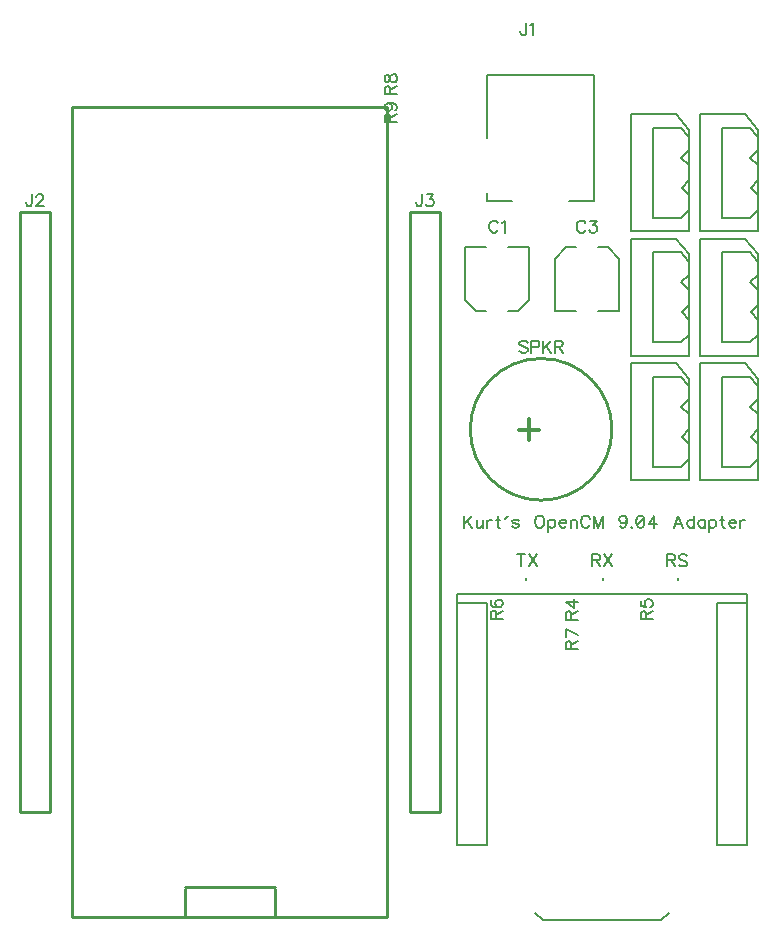
<source format=gto>
G04 DipTrace 3.2.0.1*
G04 CM904_plus.gto*
%MOIN*%
G04 #@! TF.FileFunction,Legend,Top*
G04 #@! TF.Part,Single*
%ADD10C,0.009843*%
%ADD17C,0.008*%
%ADD27C,0.005*%
%ADD62C,0.006176*%
%ADD63C,0.007*%
%ADD64C,0.012351*%
%FSLAX26Y26*%
G04*
G70*
G90*
G75*
G01*
G04 TopSilk*
%LPD*%
X1957134Y2654961D2*
D17*
X2025879D1*
X2100893D2*
X2169638D1*
Y2479951D1*
X2132131Y2442441D1*
X2100893D1*
X1957134Y2654961D2*
Y2479951D1*
X1994641Y2442441D1*
X2025879D1*
X2469638D2*
X2400893D1*
X2325879D2*
X2257134D1*
Y2617451D1*
X2294641Y2654961D1*
X2325879D1*
X2469638Y2442441D2*
Y2617451D1*
X2432131Y2654961D1*
X2400893D1*
X648386Y3123701D2*
D10*
Y423701D1*
X1698386D1*
Y3123701D2*
Y423701D1*
X1023341D2*
Y517661D1*
X1323431Y423701D2*
Y517661D1*
X1023341Y523601D2*
X1323431D1*
X648386Y3123701D2*
X1698386D1*
X2031231Y2808700D2*
D17*
X2113919D1*
X2031231Y3229974D2*
Y3021323D1*
Y2808700D2*
Y2836248D1*
X2385551Y3229974D2*
Y2808700D1*
X2302863D1*
X2385551Y3229974D2*
X2031231D1*
X473386Y849701D2*
D10*
Y2773701D1*
Y773701D2*
Y849701D1*
X573386Y773701D2*
X473386D1*
X573386D2*
Y2773701D1*
X473386D1*
X1773386Y849701D2*
Y2773701D1*
Y773701D2*
Y849701D1*
X1873386Y773701D2*
X1773386D1*
X1873386D2*
Y2773701D1*
X1773386D1*
X2511339Y3098583D2*
D27*
Y2708819D1*
X2704251D1*
X2704386Y2827697D2*
Y2877704D1*
Y2927710D1*
Y2977717D1*
Y3027685D1*
X2704367Y3047017D1*
X2660950Y3098583D1*
X2511339D1*
X2703382Y2978692D2*
X2678383Y2953708D1*
X2703382Y2928685D1*
X2704251Y2878717D2*
X2680390Y2853694D1*
X2704251Y2828710D1*
Y2778704D1*
Y2711976D1*
X2702378Y2779717D2*
X2677379Y2753720D1*
X2583384Y2753681D1*
Y3053721D1*
X2676394Y3053682D1*
X2701394Y3025697D1*
X2741339Y3098583D2*
Y2708819D1*
X2934251D1*
X2934386Y2827697D2*
Y2877704D1*
Y2927710D1*
Y2977717D1*
Y3027685D1*
X2934367Y3047017D1*
X2890950Y3098583D1*
X2741339D1*
X2933382Y2978692D2*
X2908383Y2953708D1*
X2933382Y2928685D1*
X2934251Y2878717D2*
X2910390Y2853694D1*
X2934251Y2828710D1*
Y2778704D1*
Y2711976D1*
X2932378Y2779717D2*
X2907379Y2753720D1*
X2813384Y2753681D1*
Y3053721D1*
X2906394Y3053682D1*
X2931394Y3025697D1*
X2741339Y2683583D2*
Y2293819D1*
X2934251D1*
X2934386Y2412697D2*
Y2462704D1*
Y2512710D1*
Y2562717D1*
Y2612685D1*
X2934367Y2632017D1*
X2890950Y2683583D1*
X2741339D1*
X2933382Y2563692D2*
X2908383Y2538708D1*
X2933382Y2513685D1*
X2934251Y2463717D2*
X2910390Y2438694D1*
X2934251Y2413710D1*
Y2363704D1*
Y2296976D1*
X2932378Y2364717D2*
X2907379Y2338720D1*
X2813384Y2338681D1*
Y2638721D1*
X2906394Y2638682D1*
X2931394Y2610697D1*
X2511339Y2683583D2*
Y2293819D1*
X2704251D1*
X2704386Y2412697D2*
Y2462704D1*
Y2512710D1*
Y2562717D1*
Y2612685D1*
X2704367Y2632017D1*
X2660950Y2683583D1*
X2511339D1*
X2703382Y2563692D2*
X2678383Y2538708D1*
X2703382Y2513685D1*
X2704251Y2463717D2*
X2680390Y2438694D1*
X2704251Y2413710D1*
Y2363704D1*
Y2296976D1*
X2702378Y2364717D2*
X2677379Y2338720D1*
X2583384Y2338681D1*
Y2638721D1*
X2676394Y2638682D1*
X2701394Y2610697D1*
X2511339Y2268583D2*
Y1878819D1*
X2704251D1*
X2704386Y1997697D2*
Y2047704D1*
Y2097710D1*
Y2147717D1*
Y2197685D1*
X2704367Y2217017D1*
X2660950Y2268583D1*
X2511339D1*
X2703382Y2148692D2*
X2678383Y2123708D1*
X2703382Y2098685D1*
X2704251Y2048717D2*
X2680390Y2023694D1*
X2704251Y1998710D1*
Y1948704D1*
Y1881976D1*
X2702378Y1949717D2*
X2677379Y1923720D1*
X2583384Y1923681D1*
Y2223721D1*
X2676394Y2223682D1*
X2701394Y2195697D1*
X2741339Y2268583D2*
Y1878819D1*
X2934251D1*
X2934386Y1997697D2*
Y2047704D1*
Y2097710D1*
Y2147717D1*
Y2197685D1*
X2934367Y2217017D1*
X2890950Y2268583D1*
X2741339D1*
X2933382Y2148692D2*
X2908383Y2123708D1*
X2933382Y2098685D1*
X2934251Y2048717D2*
X2910390Y2023694D1*
X2934251Y1998710D1*
Y1948704D1*
Y1881976D1*
X2932378Y1949717D2*
X2907379Y1923720D1*
X2813384Y1923681D1*
Y2223721D1*
X2906394Y2223682D1*
X2931394Y2195697D1*
G36*
X2663386Y1552638D2*
X2671259D1*
Y1544764D1*
X2663386D1*
Y1552638D1*
G37*
G36*
X2413386D2*
X2421259D1*
Y1544764D1*
X2413386D1*
Y1552638D1*
G37*
X1974164Y2048689D2*
D10*
G02X1974164Y2048689I236239J0D01*
G01*
G36*
X2163386Y1544764D2*
X2155513D1*
Y1552638D1*
X2163386D1*
Y1544764D1*
G37*
X2029488Y662128D2*
D17*
X1931103D1*
Y1469194D1*
X2029488D1*
Y662128D2*
Y1469194D1*
X2797284Y662128D2*
X2895670D1*
Y1469194D1*
X2797284D1*
Y662128D2*
Y1469194D1*
X2895670D2*
Y1498752D1*
X1931103Y1469194D2*
Y1498752D1*
X2895670D2*
X1931103D1*
X2610254Y412086D2*
X2637841Y435667D1*
X2610254Y412086D2*
X2216518D1*
X2188931Y435667D1*
X2066761Y2735229D2*
D62*
X2064860Y2739031D1*
X2061013Y2742878D1*
X2057210Y2744779D1*
X2049561D1*
X2045714Y2742878D1*
X2041912Y2739031D1*
X2039966Y2735229D1*
X2038065Y2729481D1*
Y2719886D1*
X2039966Y2714182D1*
X2041912Y2710335D1*
X2045714Y2706533D1*
X2049561Y2704587D1*
X2057210D1*
X2061013Y2706533D1*
X2064860Y2710335D1*
X2066761Y2714182D1*
X2079112Y2737086D2*
X2082959Y2739031D1*
X2088707Y2744735D1*
Y2704587D1*
X2358161Y2735229D2*
X2356260Y2739031D1*
X2352413Y2742878D1*
X2348610Y2744779D1*
X2340961D1*
X2337114Y2742878D1*
X2333312Y2739031D1*
X2331366Y2735229D1*
X2329465Y2729481D1*
Y2719886D1*
X2331366Y2714182D1*
X2333312Y2710335D1*
X2337114Y2706533D1*
X2340961Y2704587D1*
X2348610D1*
X2352413Y2706533D1*
X2356260Y2710335D1*
X2358161Y2714182D1*
X2374359Y2744735D2*
X2395362D1*
X2383910Y2729437D1*
X2389658D1*
X2393460Y2727535D1*
X2395362Y2725634D1*
X2397307Y2719886D1*
Y2716084D1*
X2395362Y2710335D1*
X2391559Y2706489D1*
X2385811Y2704587D1*
X2380063D1*
X2374359Y2706489D1*
X2372458Y2708434D1*
X2370512Y2712237D1*
X2160549Y3402713D2*
Y3372115D1*
X2158647Y3366367D1*
X2156702Y3364466D1*
X2152899Y3362521D1*
X2149053D1*
X2145250Y3364466D1*
X2143349Y3366367D1*
X2141403Y3372115D1*
Y3375918D1*
X2172900Y3395019D2*
X2176747Y3396965D1*
X2182495Y3402668D1*
Y3362521D1*
X513386Y2832279D2*
Y2801682D1*
X511484Y2795934D1*
X509539Y2794033D1*
X505736Y2792087D1*
X501890D1*
X498087Y2794033D1*
X496186Y2795934D1*
X494240Y2801682D1*
Y2805485D1*
X527683Y2822685D2*
Y2824586D1*
X529584Y2828433D1*
X531485Y2830334D1*
X535332Y2832235D1*
X542981D1*
X546784Y2830334D1*
X548685Y2828433D1*
X550630Y2824586D1*
Y2820783D1*
X548685Y2816937D1*
X544882Y2811233D1*
X525737Y2792087D1*
X552532D1*
X1813386Y2832279D2*
Y2801682D1*
X1811484Y2795934D1*
X1809539Y2794033D1*
X1805736Y2792087D1*
X1801890D1*
X1798087Y2794033D1*
X1796186Y2795934D1*
X1794240Y2801682D1*
Y2805485D1*
X1829584Y2832235D2*
X1850586D1*
X1839134Y2816937D1*
X1844882D1*
X1848685Y2815035D1*
X1850586Y2813134D1*
X1852532Y2807386D1*
Y2803584D1*
X1850586Y2797835D1*
X1846784Y2793989D1*
X1841036Y2792087D1*
X1835288D1*
X1829584Y2793989D1*
X1827683Y2795934D1*
X1825737Y2799737D1*
X2310961Y1414780D2*
Y1431980D1*
X2309015Y1437728D1*
X2307114Y1439673D1*
X2303312Y1441575D1*
X2299465D1*
X2295662Y1439674D1*
X2293717Y1437728D1*
X2291815Y1431980D1*
Y1414780D1*
X2332007D1*
X2310961Y1428177D2*
X2332008Y1441575D1*
X2332007Y1473071D2*
X2291860D1*
X2318610Y1453926D1*
Y1482622D1*
X2560961Y1415731D2*
Y1432931D1*
X2559015Y1438679D1*
X2557114Y1440624D1*
X2553312Y1442525D1*
X2549465D1*
X2545662Y1440624D1*
X2543717Y1438679D1*
X2541815Y1432931D1*
Y1415731D1*
X2582007D1*
X2560961Y1429128D2*
X2582008Y1442525D1*
X2541860Y1477825D2*
Y1458724D1*
X2559060Y1456822D1*
X2557158Y1458724D1*
X2555213Y1464472D1*
Y1470175D1*
X2557158Y1475923D1*
X2560961Y1479770D1*
X2566709Y1481671D1*
X2570511D1*
X2576259Y1479770D1*
X2580106Y1475923D1*
X2582007Y1470175D1*
Y1464472D1*
X2580106Y1458723D1*
X2578161Y1456822D1*
X2574358Y1454877D1*
X2060961Y1416704D2*
Y1433903D1*
X2059015Y1439651D1*
X2057114Y1441597D1*
X2053312Y1443498D1*
X2049465D1*
X2045662Y1441597D1*
X2043717Y1439651D1*
X2041815Y1433903D1*
Y1416704D1*
X2082007D1*
X2060961Y1430101D2*
X2082008Y1443498D1*
X2047564Y1478797D2*
X2043761Y1476896D1*
X2041860Y1471148D1*
Y1467346D1*
X2043761Y1461598D1*
X2049509Y1457751D1*
X2059060Y1455850D1*
X2068610Y1455849D1*
X2076259Y1457751D1*
X2080106Y1461597D1*
X2082007Y1467346D1*
Y1469247D1*
X2080106Y1474951D1*
X2076259Y1478797D1*
X2070511Y1480699D1*
X2068610D1*
X2062862Y1478797D1*
X2059060Y1474951D1*
X2057158Y1469247D1*
Y1467346D1*
X2059060Y1461598D1*
X2062862Y1457751D1*
X2068610Y1455849D1*
X2310961Y1315731D2*
Y1332931D1*
X2309015Y1338679D1*
X2307114Y1340624D1*
X2303312Y1342525D1*
X2299465D1*
X2295662Y1340624D1*
X2293717Y1338679D1*
X2291815Y1332931D1*
Y1315731D1*
X2332007D1*
X2310961Y1329128D2*
X2332008Y1342525D1*
X2332007Y1362526D2*
X2291860Y1381671D1*
Y1354877D1*
X1708362Y3165753D2*
Y3182953D1*
X1706417Y3188701D1*
X1704516Y3190646D1*
X1700713Y3192548D1*
X1696866D1*
X1693064Y3190646D1*
X1691118Y3188701D1*
X1689217Y3182953D1*
Y3165753D1*
X1729409D1*
X1708362Y3179150D2*
X1729409Y3192547D1*
X1689261Y3214449D2*
X1691163Y3208746D1*
X1694965Y3206800D1*
X1698812D1*
X1702614Y3208746D1*
X1704560Y3212548D1*
X1706461Y3220197D1*
X1708362Y3225945D1*
X1712209Y3229748D1*
X1716012Y3231649D1*
X1721760D1*
X1725562Y3229748D1*
X1727508Y3227847D1*
X1729409Y3222099D1*
Y3214449D1*
X1727508Y3208746D1*
X1725562Y3206800D1*
X1721760Y3204899D1*
X1716012D1*
X1712209Y3206800D1*
X1708362Y3210647D1*
X1706461Y3216351D1*
X1704560Y3224000D1*
X1702614Y3227847D1*
X1698812Y3229748D1*
X1694965D1*
X1691163Y3227847D1*
X1689261Y3222099D1*
Y3214449D1*
X1708362Y3071681D2*
Y3088881D1*
X1706417Y3094629D1*
X1704516Y3096575D1*
X1700713Y3098476D1*
X1696866D1*
X1693064Y3096575D1*
X1691118Y3094629D1*
X1689217Y3088881D1*
Y3071681D1*
X1729409D1*
X1708362Y3085079D2*
X1729409Y3098476D1*
X1702614Y3135721D2*
X1708362Y3133775D1*
X1712209Y3129973D1*
X1714110Y3124225D1*
Y3122323D1*
X1712209Y3116575D1*
X1708362Y3112773D1*
X1702614Y3110827D1*
X1700713D1*
X1694965Y3112773D1*
X1691163Y3116575D1*
X1689261Y3122323D1*
Y3124225D1*
X1691163Y3129973D1*
X1694965Y3133775D1*
X1702614Y3135721D1*
X1712209D1*
X1721760Y3133775D1*
X1727508Y3129973D1*
X1729409Y3124225D1*
Y3120422D1*
X1727508Y3114674D1*
X1723661Y3112773D1*
X2630416Y1612740D2*
X2647616D1*
X2653364Y1614686D1*
X2655309Y1616587D1*
X2657210Y1620390D1*
Y1624236D1*
X2655309Y1628039D1*
X2653364Y1629984D1*
X2647616Y1631886D1*
X2630416D1*
Y1591694D1*
X2643813Y1612740D2*
X2657210Y1591694D1*
X2696356Y1626138D2*
X2692554Y1629984D1*
X2686806Y1631886D1*
X2679157D1*
X2673408Y1629984D1*
X2669562Y1626138D1*
Y1622335D1*
X2671507Y1618488D1*
X2673408Y1616587D1*
X2677211Y1614686D1*
X2688707Y1610839D1*
X2692554Y1608938D1*
X2694455Y1606992D1*
X2696356Y1603190D1*
Y1597442D1*
X2692554Y1593639D1*
X2686806Y1591694D1*
X2679157D1*
X2673408Y1593639D1*
X2669562Y1597442D1*
X2380416Y1612740D2*
X2397616D1*
X2403364Y1614686D1*
X2405309Y1616587D1*
X2407210Y1620390D1*
Y1624236D1*
X2405309Y1628039D1*
X2403364Y1629984D1*
X2397616Y1631886D1*
X2380416D1*
Y1591694D1*
X2393813Y1612740D2*
X2407210Y1591694D1*
X2419562Y1631886D2*
X2446356Y1591694D1*
Y1631886D2*
X2419562Y1591694D1*
X2165081Y2337752D2*
X2161279Y2341599D1*
X2155531Y2343500D1*
X2147881D1*
X2142133Y2341599D1*
X2138287Y2337752D1*
Y2333949D1*
X2140232Y2330103D1*
X2142133Y2328201D1*
X2145936Y2326300D1*
X2157432Y2322453D1*
X2161279Y2320552D1*
X2163180Y2318607D1*
X2165081Y2314804D1*
Y2309056D1*
X2161279Y2305253D1*
X2155531Y2303308D1*
X2147881D1*
X2142133Y2305253D1*
X2138287Y2309056D1*
X2177433Y2322453D2*
X2194677D1*
X2200381Y2324355D1*
X2202326Y2326300D1*
X2204227Y2330103D1*
Y2335851D1*
X2202326Y2339653D1*
X2200381Y2341599D1*
X2194677Y2343500D1*
X2177433D1*
Y2303308D1*
X2216579Y2343500D2*
Y2303308D1*
X2243373Y2343500D2*
X2216579Y2316705D1*
X2226129Y2326300D2*
X2243373Y2303308D1*
X2255725Y2324355D2*
X2272925D1*
X2278673Y2326300D1*
X2280618Y2328201D1*
X2282520Y2332004D1*
Y2335851D1*
X2280618Y2339653D1*
X2278673Y2341599D1*
X2272925Y2343500D1*
X2255725D1*
Y2303308D1*
X2269122Y2324355D2*
X2282520Y2303308D1*
X2143813Y1631886D2*
Y1591694D1*
X2130416Y1631886D2*
X2157210D1*
X2169562D2*
X2196356Y1591694D1*
Y1631886D2*
X2169562Y1591694D1*
X1954484Y1760820D2*
D63*
Y1720628D1*
X1981279Y1760820D2*
X1954484Y1734026D1*
X1964035Y1743620D2*
X1981279Y1720628D1*
X1995279Y1747423D2*
Y1728278D1*
X1997180Y1722574D1*
X2001027Y1720628D1*
X2006775D1*
X2010578Y1722574D1*
X2016326Y1728278D1*
Y1747423D2*
Y1720628D1*
X2030326Y1747423D2*
Y1720628D1*
Y1735927D2*
X2032271Y1741675D1*
X2036074Y1745522D1*
X2039920Y1747423D1*
X2045668D1*
X2065416Y1760820D2*
Y1728278D1*
X2067318Y1722574D1*
X2071164Y1720628D1*
X2074967D1*
X2059668Y1747423D2*
X2073066D1*
X2098562Y1760776D2*
X2088967Y1749280D1*
X2100463Y1758875D1*
X2098562Y1760776D1*
X2135510Y1741675D2*
X2133608Y1745522D1*
X2127860Y1747423D1*
X2122112D1*
X2116364Y1745522D1*
X2114463Y1741675D1*
X2116364Y1737872D1*
X2120211Y1735927D1*
X2129762Y1734026D1*
X2133608Y1732124D1*
X2135510Y1728278D1*
Y1726376D1*
X2133608Y1722574D1*
X2127860Y1720628D1*
X2122112D1*
X2116364Y1722574D1*
X2114463Y1726376D1*
X2201535Y1760820D2*
X2197688Y1758919D1*
X2193886Y1755072D1*
X2191940Y1751270D1*
X2190039Y1745522D1*
Y1735927D1*
X2191940Y1730223D1*
X2193886Y1726376D1*
X2197688Y1722574D1*
X2201535Y1720628D1*
X2209184D1*
X2212987Y1722574D1*
X2216834Y1726376D1*
X2218735Y1730223D1*
X2220636Y1735927D1*
Y1745522D1*
X2218735Y1751270D1*
X2216834Y1755072D1*
X2212987Y1758919D1*
X2209184Y1760820D1*
X2201535D1*
X2234636Y1747423D2*
Y1707231D1*
Y1741675D2*
X2238483Y1745478D1*
X2242286Y1747423D1*
X2248034D1*
X2251880Y1745478D1*
X2255683Y1741675D1*
X2257628Y1735927D1*
Y1732080D1*
X2255683Y1726376D1*
X2251880Y1722530D1*
X2248034Y1720628D1*
X2242286D1*
X2238483Y1722530D1*
X2234636Y1726376D1*
X2271628Y1735927D2*
X2294576D1*
Y1739774D1*
X2292675Y1743620D1*
X2290774Y1745522D1*
X2286927Y1747423D1*
X2281179D1*
X2277376Y1745522D1*
X2273530Y1741675D1*
X2271628Y1735927D1*
Y1732124D1*
X2273530Y1726376D1*
X2277376Y1722574D1*
X2281179Y1720628D1*
X2286927D1*
X2290774Y1722574D1*
X2294576Y1726376D1*
X2308576Y1747423D2*
Y1720628D1*
Y1739774D2*
X2314324Y1745522D1*
X2318171Y1747423D1*
X2323875D1*
X2327722Y1745522D1*
X2329623Y1739774D1*
Y1720628D1*
X2372319Y1751270D2*
X2370418Y1755072D1*
X2366571Y1758919D1*
X2362768Y1760820D1*
X2355119D1*
X2351272Y1758919D1*
X2347470Y1755072D1*
X2345524Y1751270D1*
X2343623Y1745522D1*
Y1735927D1*
X2345524Y1730223D1*
X2347470Y1726376D1*
X2351272Y1722574D1*
X2355119Y1720628D1*
X2362768D1*
X2366571Y1722574D1*
X2370418Y1726376D1*
X2372319Y1730223D1*
X2416916Y1720628D2*
Y1760820D1*
X2401618Y1720628D1*
X2386319Y1760820D1*
Y1720628D1*
X2496339Y1747423D2*
X2494393Y1741675D1*
X2490591Y1737828D1*
X2484843Y1735927D1*
X2482942D1*
X2477194Y1737828D1*
X2473391Y1741675D1*
X2471445Y1747423D1*
Y1749324D1*
X2473391Y1755072D1*
X2477194Y1758875D1*
X2482942Y1760776D1*
X2484843D1*
X2490591Y1758875D1*
X2494393Y1755072D1*
X2496339Y1747423D1*
Y1737828D1*
X2494393Y1728278D1*
X2490591Y1722530D1*
X2484843Y1720628D1*
X2481040D1*
X2475292Y1722530D1*
X2473391Y1726376D1*
X2512240Y1724475D2*
X2510339Y1722530D1*
X2512240Y1720628D1*
X2514186Y1722530D1*
X2512240Y1724475D1*
X2539682Y1760776D2*
X2533934Y1758875D1*
X2530087Y1753127D1*
X2528186Y1743576D1*
Y1737828D1*
X2530087Y1728278D1*
X2533934Y1722530D1*
X2539682Y1720628D1*
X2543484D1*
X2549232Y1722530D1*
X2553035Y1728278D1*
X2554980Y1737828D1*
Y1743576D1*
X2553035Y1753127D1*
X2549232Y1758875D1*
X2543484Y1760776D1*
X2539682D1*
X2553035Y1753127D2*
X2530087Y1728278D1*
X2588126Y1720628D2*
Y1760776D1*
X2568980Y1734026D1*
X2597676D1*
X2682847Y1720628D2*
X2667504Y1760820D1*
X2652206Y1720628D1*
X2657954Y1734026D2*
X2677099D1*
X2719795Y1760820D2*
Y1720628D1*
Y1741675D2*
X2715992Y1745522D1*
X2712146Y1747423D1*
X2706398D1*
X2702595Y1745522D1*
X2698748Y1741675D1*
X2696847Y1735927D1*
Y1732124D1*
X2698748Y1726376D1*
X2702595Y1722574D1*
X2706398Y1720628D1*
X2712146D1*
X2715992Y1722574D1*
X2719795Y1726376D1*
X2756743Y1747423D2*
Y1720628D1*
Y1741675D2*
X2752940Y1745522D1*
X2749094Y1747423D1*
X2743390D1*
X2739543Y1745522D1*
X2735740Y1741675D1*
X2733795Y1735927D1*
Y1732124D1*
X2735740Y1726376D1*
X2739543Y1722574D1*
X2743390Y1720628D1*
X2749094D1*
X2752940Y1722574D1*
X2756743Y1726376D1*
X2770743Y1747423D2*
Y1707231D1*
Y1741675D2*
X2774590Y1745478D1*
X2778392Y1747423D1*
X2784140D1*
X2787987Y1745478D1*
X2791790Y1741675D1*
X2793735Y1735927D1*
Y1732080D1*
X2791790Y1726376D1*
X2787987Y1722530D1*
X2784140Y1720628D1*
X2778392D1*
X2774590Y1722530D1*
X2770743Y1726376D1*
X2813483Y1760820D2*
Y1728278D1*
X2815384Y1722574D1*
X2819231Y1720628D1*
X2823034D1*
X2807735Y1747423D2*
X2821132D1*
X2837034Y1735927D2*
X2859982D1*
Y1739774D1*
X2858080Y1743620D1*
X2856179Y1745522D1*
X2852332Y1747423D1*
X2846584D1*
X2842782Y1745522D1*
X2838935Y1741675D1*
X2837034Y1735927D1*
Y1732124D1*
X2838935Y1726376D1*
X2842782Y1722574D1*
X2846584Y1720628D1*
X2852332D1*
X2856179Y1722574D1*
X2859982Y1726376D1*
X2873982Y1747423D2*
Y1720628D1*
Y1735927D2*
X2875927Y1741675D1*
X2879730Y1745522D1*
X2883576Y1747423D1*
X2889324D1*
X2170442Y2012683D2*
D64*
Y2081571D1*
X2204841Y2047171D2*
X2135954D1*
M02*

</source>
